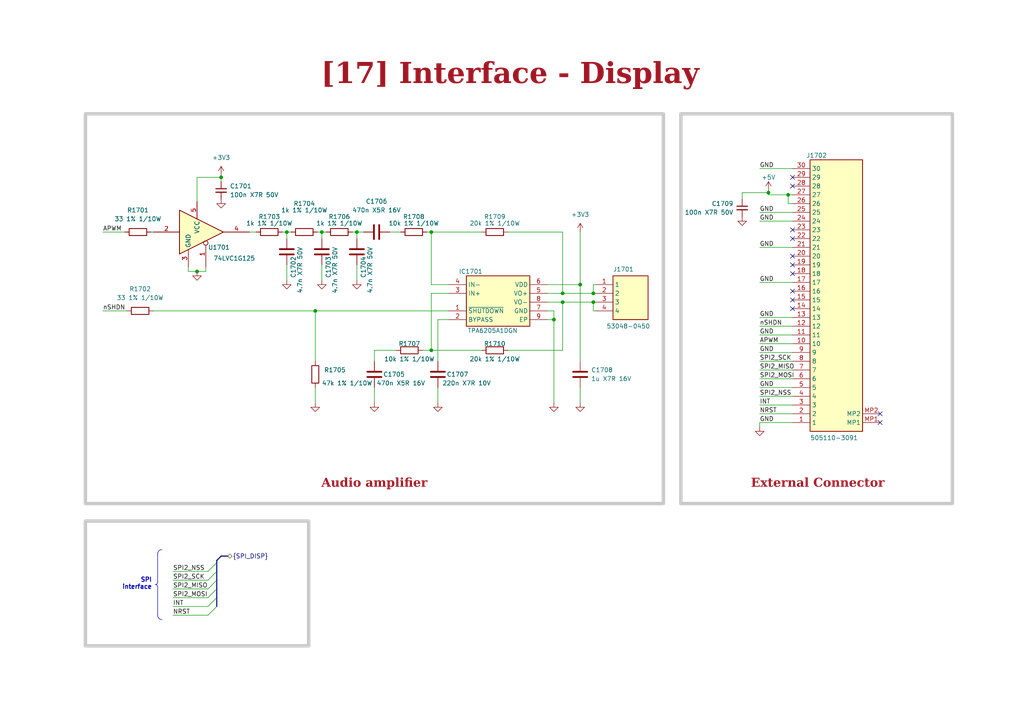
<source format=kicad_sch>
(kicad_sch (version 20231120) (generator "eeschema") (generator_version "8.0")
  (paper "A4")
  (lib_symbols
    (symbol "505110-3091:505110-3091"
      (property "Reference" "J" (at 21.59 7.62 0))
      (property "Value" "505110-3091" (at 21.59 5.08 0))
      (symbol "505110-3091_1_1"
        (rectangle (start 5.08 2.54) (end 20.32 -76.2) (stroke (width 0.254)) (fill (type background)))
        (pin passive line (at 25.4 0 180) (length 5.08) (name "1") (number "1"))
        (pin passive line (at 25.4 -22.86 180) (length 5.08) (name "10") (number "10"))
        (pin passive line (at 25.4 -25.4 180) (length 5.08) (name "11") (number "11"))
        (pin passive line (at 25.4 -27.94 180) (length 5.08) (name "12") (number "12"))
        (pin passive line (at 25.4 -30.48 180) (length 5.08) (name "13") (number "13"))
        (pin passive line (at 25.4 -33.02 180) (length 5.08) (name "14") (number "14"))
        (pin passive line (at 25.4 -35.56 180) (length 5.08) (name "15") (number "15"))
        (pin passive line (at 25.4 -38.1 180) (length 5.08) (name "16") (number "16"))
        (pin passive line (at 25.4 -40.64 180) (length 5.08) (name "17") (number "17"))
        (pin passive line (at 25.4 -43.18 180) (length 5.08) (name "18") (number "18"))
        (pin passive line (at 25.4 -45.72 180) (length 5.08) (name "19") (number "19"))
        (pin passive line (at 25.4 -2.54 180) (length 5.08) (name "2") (number "2"))
        (pin passive line (at 25.4 -48.26 180) (length 5.08) (name "20") (number "20"))
        (pin passive line (at 25.4 -50.8 180) (length 5.08) (name "21") (number "21"))
        (pin passive line (at 25.4 -53.34 180) (length 5.08) (name "22") (number "22"))
        (pin passive line (at 25.4 -55.88 180) (length 5.08) (name "23") (number "23"))
        (pin passive line (at 25.4 -58.42 180) (length 5.08) (name "24") (number "24"))
        (pin passive line (at 25.4 -60.96 180) (length 5.08) (name "25") (number "25"))
        (pin passive line (at 25.4 -63.5 180) (length 5.08) (name "26") (number "26"))
        (pin passive line (at 25.4 -66.04 180) (length 5.08) (name "27") (number "27"))
        (pin passive line (at 25.4 -68.58 180) (length 5.08) (name "28") (number "28"))
        (pin passive line (at 25.4 -71.12 180) (length 5.08) (name "29") (number "29"))
        (pin passive line (at 25.4 -5.08 180) (length 5.08) (name "3") (number "3"))
        (pin passive line (at 25.4 -73.66 180) (length 5.08) (name "30") (number "30"))
        (pin passive line (at 25.4 -7.62 180) (length 5.08) (name "4") (number "4"))
        (pin passive line (at 25.4 -10.16 180) (length 5.08) (name "5") (number "5"))
        (pin passive line (at 25.4 -12.7 180) (length 5.08) (name "6") (number "6"))
        (pin passive line (at 25.4 -15.24 180) (length 5.08) (name "7") (number "7"))
        (pin passive line (at 25.4 -17.78 180) (length 5.08) (name "8") (number "8"))
        (pin passive line (at 25.4 -20.32 180) (length 5.08) (name "9") (number "9"))
        (pin passive line (at 0 0 0) (length 5.08) (name "MP1") (number "MP1"))
        (pin passive line (at 0 -2.54 0) (length 5.08) (name "MP2") (number "MP2"))
      )
    )
    (symbol "53048-0450:53048-0450"
      (property "Reference" "J" (at 16.51 7.62 0))
      (property "Value" "53048-0450" (at 16.51 5.08 0))
      (symbol "53048-0450_1_1"
        (rectangle (start 5.08 2.54) (end 15.24 -10.16) (stroke (width 0.254)) (fill (type background)))
        (pin passive line (at 0 0 0) (length 5.08) (name "1") (number "1"))
        (pin passive line (at 0 -2.54 0) (length 5.08) (name "2") (number "2"))
        (pin passive line (at 0 -5.08 0) (length 5.08) (name "3") (number "3"))
        (pin passive line (at 0 -7.62 0) (length 5.08) (name "4") (number "4"))
      )
    )
    (symbol "74xGxx:74LVC1G125"
      (property "Reference" "U4" (at 3.81 4.445 0))
      (property "Value" "74LVC1G125" (at 8.255 7.62 0))
      (symbol "74LVC1G125_0_1"
        (polyline (pts (xy -7.62 6.35) (xy -7.62 -6.35) (xy 5.08 0) (xy -7.62 6.35)) (stroke (width 0.254)) (fill (type background)))
      )
      (symbol "74LVC1G125_1_1"
        (pin input inverted (at 0 10.16 270) (length 7.62) (name "~") (number "1"))
        (pin input line (at -15.24 0 0) (length 7.62) (name "~") (number "2"))
        (pin power_in line (at -5.08 10.16 270) (length 5.08) (name "GND") (number "3"))
        (pin tri_state line (at 12.7 0 180) (length 7.62) (name "~") (number "4"))
        (pin power_in line (at -2.54 -8.89 90) (length 5.08) (name "VCC") (number "5"))
      )
    )
    (symbol "Device:C" (pin_numbers hide) (pin_names (offset 0.254))
      (property "Reference" "C" (at 0.635 2.54 0))
      (property "Value" "C" (at 0.635 -2.54 0))
      (symbol "C_0_1"
        (polyline (pts (xy -2.032 -0.762) (xy 2.032 -0.762)) (stroke (width 0.508)))
        (polyline (pts (xy -2.032 0.762) (xy 2.032 0.762)) (stroke (width 0.508)))
      )
      (symbol "C_1_1"
        (pin passive line (at 0 3.81 270) (length 2.794) (name "~") (number "1"))
        (pin passive line (at 0 -3.81 90) (length 2.794) (name "~") (number "2"))
      )
    )
    (symbol "Device:C_Small" (pin_numbers hide) (pin_names (offset 0.254) hide)
      (property "Reference" "C" (at 0.254 1.778 0))
      (property "Value" "C_Small" (at 0.254 -2.032 0))
      (symbol "C_Small_0_1"
        (polyline (pts (xy -1.524 -0.508) (xy 1.524 -0.508)) (stroke (width 0.3302)))
        (polyline (pts (xy -1.524 0.508) (xy 1.524 0.508)) (stroke (width 0.3048)))
      )
      (symbol "C_Small_1_1"
        (pin passive line (at 0 2.54 270) (length 2.032) (name "~") (number "1"))
        (pin passive line (at 0 -2.54 90) (length 2.032) (name "~") (number "2"))
      )
    )
    (symbol "Device:R" (pin_numbers hide) (pin_names (offset 0))
      (property "Reference" "R" (at 2.032 0 90))
      (property "Value" "R" (at 0 0 90))
      (symbol "R_0_1"
        (rectangle (start -1.016 -2.54) (end 1.016 2.54) (stroke (width 0.254)))
      )
      (symbol "R_1_1"
        (pin passive line (at 0 3.81 270) (length 1.27) (name "~") (number "1"))
        (pin passive line (at 0 -3.81 90) (length 1.27) (name "~") (number "2"))
      )
    )
    (symbol "TPA6205A1DGN:TPA6205A1DGN"
      (property "Reference" "IC5" (at -21.59 -19.05 0))
      (property "Value" "TPA6205A1DGN" (at -15.24 -36.195 0))
      (symbol "TPA6205A1DGN_1_1"
        (rectangle (start -22.86 -20.32) (end -4.445 -34.925) (stroke (width 0.254)) (fill (type background)))
        (pin passive line (at -27.94 -30.48 0) (length 5.08) (name "~{SHUTDOWN}") (number "1"))
        (pin passive line (at -27.94 -33.02 0) (length 5.08) (name "BYPASS") (number "2"))
        (pin input line (at -27.94 -25.4 0) (length 5.08) (name "IN+") (number "3"))
        (pin input line (at -27.94 -22.86 0) (length 5.08) (name "IN-") (number "4"))
        (pin passive line (at 0.635 -25.4 180) (length 5.08) (name "VO+") (number "5"))
        (pin power_in line (at 0.635 -22.86 180) (length 5.08) (name "VDD") (number "6"))
        (pin power_in line (at 0.635 -30.48 180) (length 5.08) (name "GND") (number "7"))
        (pin passive line (at 0.635 -27.94 180) (length 5.08) (name "VO-") (number "8"))
        (pin power_in line (at 0.635 -33.02 180) (length 5.08) (name "EP") (number "9"))
      )
    )
    (symbol "power:+3V3" (power) (pin_names (offset 0))
      (property "Value" "+3V3" (at 0 3.556 0))
      (symbol "+3V3_0_1"
        (polyline (pts (xy -0.762 1.27) (xy 0 2.54)))
        (polyline (pts (xy 0 0) (xy 0 2.54)))
        (polyline (pts (xy 0 2.54) (xy 0.762 1.27)))
      )
      (symbol "+3V3_1_1"
        (pin power_in line (at 0 0 90) (length 0) hide (name "+3V3") (number "1"))
      )
    )
    (symbol "power:+5V" (power) (pin_names (offset 0))
      (property "Value" "+5V" (at 0 3.556 0))
      (symbol "+5V_0_1"
        (polyline (pts (xy -0.762 1.27) (xy 0 2.54)))
        (polyline (pts (xy 0 0) (xy 0 2.54)))
        (polyline (pts (xy 0 2.54) (xy 0.762 1.27)))
      )
      (symbol "+5V_1_1"
        (pin power_in line (at 0 0 90) (length 0) hide (name "+5V") (number "1"))
      )
    )
    (symbol "power:GND" (power) (pin_names (offset 0))
      (property "Value" "GND" (at 0 -3.81 0))
      (symbol "GND_0_1"
        (polyline (pts (xy 0 0) (xy 0 -1.27) (xy 1.27 -1.27) (xy 0 -2.54) (xy -1.27 -1.27) (xy 0 -1.27)))
      )
      (symbol "GND_1_1"
        (pin power_in line (at 0 0 270) (length 0) hide (name "GND") (number "1"))
      )
    )
  )
  (junction (at 57.15 78.74))
  (junction (at 222.885 55.88))
  (junction (at 125.095 101.6))
  (junction (at 83.185 67.31))
  (junction (at 91.44 90.17))
  (junction (at 64.135 51.435))
  (junction (at 160.655 92.71))
  (junction (at 93.345 67.31))
  (junction (at 228.6 56.515))
  (junction (at 125.095 67.31))
  (junction (at 163.195 87.63))
  (junction (at 103.505 67.31))
  (junction (at 163.195 85.09))
  (junction (at 172.085 85.09))
  (junction (at 168.275 82.55))
  (junction (at 172.085 87.63))
  (no_connect (at 229.87 53.975))
  (no_connect (at 255.27 120.015))
  (no_connect (at 229.87 86.995))
  (no_connect (at 229.87 74.295))
  (no_connect (at 229.87 84.455))
  (no_connect (at 229.87 79.375))
  (no_connect (at 229.87 66.675))
  (no_connect (at 255.27 122.555))
  (no_connect (at 229.87 51.435))
  (no_connect (at 229.87 89.535))
  (no_connect (at 229.87 69.215))
  (no_connect (at 229.87 76.835))
  (bus_entry (at 62.865 173.355) (size -2.54 2.54))
  (bus_entry (at 62.865 168.275) (size -2.54 2.54))
  (bus_entry (at 62.865 165.735) (size -2.54 2.54))
  (bus_entry (at 62.865 175.895) (size -2.54 2.54))
  (bus_entry (at 62.865 170.815) (size -2.54 2.54))
  (bus_entry (at 62.865 163.195) (size -2.54 2.54))
  (wire (pts (xy 220.345 114.935) (xy 229.87 114.935)))
  (bus (pts (xy 62.865 165.735) (xy 62.865 168.275)))
  (wire (pts (xy 93.345 76.835) (xy 93.345 81.28)))
  (wire (pts (xy 50.165 175.895) (xy 60.325 175.895)))
  (wire (pts (xy 130.175 92.71) (xy 127 92.71)))
  (wire (pts (xy 139.7 101.6) (xy 125.095 101.6)))
  (wire (pts (xy 220.345 107.315) (xy 229.87 107.315)))
  (bus (pts (xy 62.865 163.195) (xy 62.865 165.735)))
  (wire (pts (xy 50.165 168.275) (xy 60.325 168.275)))
  (bus (pts (xy 62.865 162.56) (xy 62.865 163.195)))
  (wire (pts (xy 158.75 85.09) (xy 163.195 85.09)))
  (wire (pts (xy 57.15 51.435) (xy 64.135 51.435)))
  (wire (pts (xy 172.72 82.55) (xy 172.085 82.55)))
  (wire (pts (xy 220.345 109.855) (xy 229.87 109.855)))
  (wire (pts (xy 163.195 67.31) (xy 163.195 85.09)))
  (wire (pts (xy 172.72 90.17) (xy 172.085 90.17)))
  (wire (pts (xy 172.085 90.17) (xy 172.085 87.63)))
  (wire (pts (xy 64.135 50.8) (xy 64.135 51.435)))
  (wire (pts (xy 160.655 92.71) (xy 160.655 116.84)))
  (wire (pts (xy 72.39 67.31) (xy 74.295 67.31)))
  (wire (pts (xy 215.265 55.88) (xy 222.885 55.88)))
  (wire (pts (xy 103.505 67.31) (xy 103.505 69.215)))
  (wire (pts (xy 83.185 67.31) (xy 84.455 67.31)))
  (wire (pts (xy 57.15 78.74) (xy 59.69 78.74)))
  (wire (pts (xy 147.32 101.6) (xy 163.195 101.6)))
  (wire (pts (xy 220.345 94.615) (xy 229.87 94.615)))
  (wire (pts (xy 113.03 67.31) (xy 116.205 67.31)))
  (wire (pts (xy 50.165 165.735) (xy 60.325 165.735)))
  (wire (pts (xy 127 112.395) (xy 127 116.84)))
  (wire (pts (xy 44.45 90.17) (xy 91.44 90.17)))
  (wire (pts (xy 108.585 104.775) (xy 108.585 101.6)))
  (bus (pts (xy 62.865 162.56) (xy 64.135 161.29)))
  (wire (pts (xy 81.915 67.31) (xy 83.185 67.31)))
  (wire (pts (xy 163.195 85.09) (xy 172.085 85.09)))
  (wire (pts (xy 59.69 77.47) (xy 59.69 78.74)))
  (polyline (pts (xy 45.72 160.65) (xy 45.72 168.91)))
  (wire (pts (xy 125.095 67.31) (xy 125.095 82.55)))
  (wire (pts (xy 36.83 90.17) (xy 29.845 90.17)))
  (wire (pts (xy 125.095 67.31) (xy 139.7 67.31)))
  (wire (pts (xy 91.44 90.17) (xy 130.175 90.17)))
  (wire (pts (xy 125.095 101.6) (xy 125.095 85.09)))
  (polyline (pts (xy 45.72 170.175) (xy 45.72 178.435)))
  (wire (pts (xy 220.345 122.555) (xy 220.345 123.825)))
  (wire (pts (xy 83.185 67.31) (xy 83.185 69.215)))
  (wire (pts (xy 103.505 67.31) (xy 105.41 67.31)))
  (wire (pts (xy 172.085 82.55) (xy 172.085 85.09)))
  (wire (pts (xy 103.505 76.835) (xy 103.505 81.28)))
  (wire (pts (xy 50.165 170.815) (xy 60.325 170.815)))
  (wire (pts (xy 108.585 101.6) (xy 114.935 101.6)))
  (wire (pts (xy 168.275 82.55) (xy 168.275 104.775)))
  (wire (pts (xy 29.845 67.31) (xy 36.195 67.31)))
  (wire (pts (xy 158.75 87.63) (xy 163.195 87.63)))
  (wire (pts (xy 91.44 112.395) (xy 91.44 116.84)))
  (wire (pts (xy 220.345 99.695) (xy 229.87 99.695)))
  (wire (pts (xy 220.345 120.015) (xy 229.87 120.015)))
  (wire (pts (xy 125.095 85.09) (xy 130.175 85.09)))
  (wire (pts (xy 220.345 122.555) (xy 229.87 122.555)))
  (wire (pts (xy 220.345 92.075) (xy 229.87 92.075)))
  (wire (pts (xy 163.195 87.63) (xy 163.195 101.6)))
  (wire (pts (xy 92.075 67.31) (xy 93.345 67.31)))
  (wire (pts (xy 43.815 67.31) (xy 44.45 67.31)))
  (wire (pts (xy 64.135 51.435) (xy 64.135 52.705)))
  (wire (pts (xy 93.345 67.31) (xy 93.345 69.215)))
  (wire (pts (xy 220.345 81.915) (xy 229.87 81.915)))
  (wire (pts (xy 163.195 87.63) (xy 172.085 87.63)))
  (wire (pts (xy 215.265 55.88) (xy 215.265 57.785)))
  (wire (pts (xy 220.345 48.895) (xy 229.87 48.895)))
  (wire (pts (xy 172.085 87.63) (xy 172.72 87.63)))
  (wire (pts (xy 122.555 101.6) (xy 125.095 101.6)))
  (wire (pts (xy 102.235 67.31) (xy 103.505 67.31)))
  (wire (pts (xy 220.345 112.395) (xy 229.87 112.395)))
  (wire (pts (xy 222.885 55.245) (xy 222.885 55.88)))
  (wire (pts (xy 220.345 64.135) (xy 229.87 64.135)))
  (wire (pts (xy 158.75 82.55) (xy 168.275 82.55)))
  (wire (pts (xy 158.75 90.17) (xy 160.655 90.17)))
  (wire (pts (xy 163.195 67.31) (xy 147.32 67.31)))
  (wire (pts (xy 50.165 173.355) (xy 60.325 173.355)))
  (wire (pts (xy 220.345 104.775) (xy 229.87 104.775)))
  (wire (pts (xy 108.585 112.395) (xy 108.585 116.84)))
  (wire (pts (xy 160.655 92.71) (xy 158.75 92.71)))
  (wire (pts (xy 127 92.71) (xy 127 104.775)))
  (wire (pts (xy 160.655 90.17) (xy 160.655 92.71)))
  (bus (pts (xy 62.865 173.355) (xy 62.865 175.895)))
  (wire (pts (xy 222.885 55.88) (xy 222.885 56.515)))
  (wire (pts (xy 220.345 61.595) (xy 229.87 61.595)))
  (bus (pts (xy 62.865 168.275) (xy 62.865 170.815)))
  (wire (pts (xy 229.87 59.055) (xy 228.6 59.055)))
  (wire (pts (xy 228.6 56.515) (xy 222.885 56.515)))
  (wire (pts (xy 93.345 67.31) (xy 94.615 67.31)))
  (wire (pts (xy 91.44 90.17) (xy 91.44 104.775)))
  (wire (pts (xy 220.345 102.235) (xy 229.87 102.235)))
  (wire (pts (xy 228.6 59.055) (xy 228.6 56.515)))
  (wire (pts (xy 83.185 76.835) (xy 83.185 81.28)))
  (bus (pts (xy 62.865 170.815) (xy 62.865 173.355)))
  (wire (pts (xy 168.275 112.395) (xy 168.275 116.84)))
  (wire (pts (xy 54.61 78.74) (xy 54.61 77.47)))
  (wire (pts (xy 220.345 97.155) (xy 229.87 97.155)))
  (wire (pts (xy 168.275 67.31) (xy 168.275 82.55)))
  (wire (pts (xy 172.085 85.09) (xy 172.72 85.09)))
  (wire (pts (xy 228.6 56.515) (xy 229.87 56.515)))
  (wire (pts (xy 220.345 71.755) (xy 229.87 71.755)))
  (bus (pts (xy 64.135 161.29) (xy 66.04 161.29)))
  (wire (pts (xy 220.345 117.475) (xy 229.87 117.475)))
  (wire (pts (xy 60.325 178.435) (xy 50.165 178.435)))
  (wire (pts (xy 123.825 67.31) (xy 125.095 67.31)))
  (wire (pts (xy 54.61 78.74) (xy 57.15 78.74)))
  (wire (pts (xy 125.095 82.55) (xy 130.175 82.55)))
  (wire (pts (xy 57.15 58.42) (xy 57.15 51.435)))
  (arc (start 45.09 169.54) (mid 45.542 169.723) (end 45.725 170.175))
  (rectangle (start 197.485 33.02) (end 276.225 146.05) (stroke (width 1) (color 200 200 200 1)))
  (arc (start 45.725 168.905) (mid 45.5334 169.3484) (end 45.09 169.54))
  (rectangle (start 24.765 33.02) (end 192.405 146.05) (stroke (width 1) (color 200 200 200 1)))
  (arc (start 46.99 179.705) (mid 46.089 179.336) (end 45.72 178.435))
  (rectangle (start 24.765 151.13) (end 89.535 187.325) (stroke (width 1) (color 200 200 200 1)))
  (arc (start 45.725 160.655) (mid 46.0925 159.7576) (end 46.99 159.385))
  (text_box "SPI interface " (at 35.56 166.365 0) (size 9.525 5.715) (stroke (width -0.0001)) (effects (font (size 1.27 1.27) (thickness 0.254) (bold yes)) (justify right top)))
  (text_box "External Connector" (at 197.485 133.985 0) (size 79.375 9.525) (stroke (width -0.0001)) (effects (font (size 2.54 2.54) (thickness 0.508) (bold yes)) (justify bottom)))
  (text_box "Audio amplifier" (at 24.765 133.985 0) (size 167.64 9.525) (stroke (width -0.0001)) (effects (font (size 2.54 2.54) (thickness 0.508) (bold yes)) (justify bottom)))
  (text_box "[17] Interface - Display\n" (at 11.43 15.24 0) (size 273.05 12.7) (stroke (width -0.0001)) (effects (font (size 6 6) (thickness 1.2) (bold yes))))
  (label "SPI2_MOSI" (at 220.345 109.855 0))
  (label "INT" (at 50.165 175.895 0))
  (label "GND" (at 220.345 48.895 0))
  (label "GND" (at 220.345 122.555 0))
  (label "APWM" (at 220.345 99.695 0))
  (label "SPI2_NSS" (at 50.165 165.735 0))
  (label "SPI2_MISO" (at 220.345 107.315 0))
  (label "INT" (at 220.345 117.475 0))
  (label "GND" (at 220.345 71.755 0))
  (label "GND" (at 220.345 81.915 0))
  (label "APWM" (at 29.845 67.31 0))
  (label "nSHDN" (at 220.345 94.615 0))
  (label "GND" (at 220.345 112.395 0))
  (label "SPI2_SCK" (at 50.165 168.275 0))
  (label "NRST" (at 50.165 178.435 0))
  (label "SPI2_MISO" (at 50.165 170.815 0))
  (label "GND" (at 220.345 97.155 0))
  (label "NRST" (at 220.345 120.015 0))
  (label "GND" (at 220.345 102.235 0))
  (label "SPI2_NSS" (at 220.345 114.935 0))
  (label "SPI2_MOSI" (at 50.165 173.355 0))
  (label "GND" (at 220.345 64.135 0))
  (label "GND" (at 220.345 61.595 0))
  (label "SPI2_SCK" (at 220.345 104.775 0))
  (label "GND" (at 220.345 92.075 0))
  (label "nSHDN" (at 29.845 90.17 0))
  (hierarchical_label "{SPI_DISP}" (shape bidirectional) (at 66.04 161.29 0))
  (symbol (lib_id "Device:C_Small") (at 215.265 60.325 0) (mirror y) (unit 1)
    (property "Reference" "C1709" (at 212.725 59.0613 0) (effects (justify left)))
    (property "Value" "100n X7R 50V" (at 212.725 61.6013 0) (effects (justify left)))
    (property "Footprint" "0_capacitor_smd:C_0402_1005_DensityHigh" (effects (hide yes)))
    (property "Datasheet" "https://search.murata.co.jp/Ceramy/image/img/A01X/G101/ENG/GCM155R71H104KE02-01.pdf" (effects (hide yes)))
    (property "Description" "0.1 µF ±10% 50V Ceramic Capacitor X7R 0402 (1005 Metric)" (effects (hide yes)))
    (property "Manufacturer" "Murata Electronics" (effects (hide yes)))
    (property "Manufacturer Part Number" "GCM155R71H104KE02J" (effects (hide yes)))
    (property "Supplier 1" "Digikey" (effects (hide yes)))
    (property "Supplier Part Number 1" "490-14514-1-ND" (effects (hide yes)))
  )
  (symbol (lib_id "power:GND") (at 160.655 116.84 0) (unit 1)
    (property "Reference" "#PWR01710" (effects (hide yes)))
    (property "Value" "GND" (effects (hide yes)))
  )
  (symbol (lib_id "Device:C") (at 127 108.585 0) (unit 1)
    (property "Reference" "C1707" (at 129.54 108.585 0) (effects (justify left)))
    (property "Value" "220n X7R 10V" (at 128.27 111.125 0) (effects (justify left)))
    (property "Footprint" "0_capacitor_smd:C_0603_1608_DensityHigh" (effects (hide yes)))
  )
  (symbol (lib_id "power:GND") (at 103.505 81.28 0) (unit 1)
    (property "Reference" "#PWR01707" (effects (hide yes)))
    (property "Value" "GND" (effects (hide yes)))
  )
  (symbol (lib_id "Device:R") (at 118.745 101.6 90) (unit 1)
    (property "Reference" "R1707" (at 118.745 99.695 90))
    (property "Value" "10k 1% 1/10W" (at 118.745 104.14 90))
    (property "Footprint" "0_resistor_smd:R_0603_1608_DensityHigh" (effects (hide yes)))
  )
  (symbol (lib_id "Device:C") (at 83.185 73.025 0) (unit 1)
    (property "Reference" "C1702" (at 85.09 80.645 90) (effects (justify left)))
    (property "Value" "4.7n X7R 50V" (at 86.995 85.09 90) (effects (justify left)))
    (property "Footprint" "0_capacitor_smd:C_0603_1608_DensityHigh" (effects (hide yes)))
  )
  (symbol (lib_id "Device:R") (at 40.64 90.17 90) (unit 1)
    (property "Reference" "R1702" (at 40.64 83.82 90))
    (property "Value" "33 1% 1/10W" (at 40.64 86.36 90))
    (property "Footprint" "0_resistor_smd:R_0603_1608_DensityHigh" (effects (hide yes)))
  )
  (symbol (lib_id "Device:C") (at 168.275 108.585 0) (unit 1)
    (property "Reference" "C1708" (at 171.45 107.315 0) (effects (justify left)))
    (property "Value" "1u X7R 16V" (at 171.45 109.855 0) (effects (justify left)))
    (property "Footprint" "0_capacitor_smd:C_0603_1608_DensityHigh" (effects (hide yes)))
  )
  (symbol (lib_id "TPA6205A1DGN:TPA6205A1DGN") (at 158.115 59.69 0) (unit 1)
    (property "Reference" "IC1701" (at 136.525 78.74 0))
    (property "Value" "TPA6205A1DGN" (at 142.875 95.885 0))
    (property "Footprint" "0_connectors:SOP65P490X110-9N" (effects (hide yes)))
    (property "Datasheet" "http://www.ti.com/lit/ds/symlink/tpa6205a1.pdf" (effects (hide yes)))
    (property "Height" "1.1" (effects (hide yes)))
    (property "Mouser Part Number" "595-TPA6205A1DGN" (effects (hide yes)))
    (property "Mouser Price/Stock" "https://www.mouser.co.uk/ProductDetail/Texas-Instruments/TPA6205A1DGN?qs=7kv20MEVUljOyoi6kBHf1Q%3D%3D" (effects (hide yes)))
    (property "Manufacturer_Name" "Texas Instruments" (effects (hide yes)))
    (property "Manufacturer_Part_Number" "TPA6205A1DGN" (effects (hide yes)))
  )
  (symbol (lib_id "Device:R") (at 143.51 67.31 90) (unit 1)
    (property "Reference" "R1709" (at 143.51 62.865 90))
    (property "Value" "20k 1% 1/10W" (at 143.51 64.77 90))
    (property "Footprint" "0_resistor_smd:R_0603_1608_DensityHigh" (effects (hide yes)))
  )
  (symbol (lib_id "power:GND") (at 83.185 81.28 0) (unit 1)
    (property "Reference" "#PWR01704" (effects (hide yes)))
    (property "Value" "GND" (effects (hide yes)))
  )
  (symbol (lib_id "Device:R") (at 40.005 67.31 90) (unit 1)
    (property "Reference" "R1701" (at 40.005 60.96 90))
    (property "Value" "33 1% 1/10W" (at 40.005 63.5 90))
    (property "Footprint" "0_resistor_smd:R_0603_1608_DensityHigh" (effects (hide yes)))
  )
  (symbol (lib_id "power:GND") (at 91.44 116.84 0) (unit 1)
    (property "Reference" "#PWR01705" (effects (hide yes)))
    (property "Value" "GND" (effects (hide yes)))
  )
  (symbol (lib_id "power:GND") (at 64.135 57.785 0) (unit 1)
    (property "Reference" "#PWR01703" (effects (hide yes)))
    (property "Value" "GND" (effects (hide yes)))
  )
  (symbol (lib_id "power:GND") (at 127 116.84 0) (unit 1)
    (property "Reference" "#PWR01709" (effects (hide yes)))
    (property "Value" "GND" (effects (hide yes)))
  )
  (symbol (lib_id "power:GND") (at 57.15 78.74 0) (unit 1)
    (property "Reference" "#PWR01701" (effects (hide yes)))
    (property "Value" "GND" (effects (hide yes)))
  )
  (symbol (lib_id "Device:C") (at 109.22 67.31 90) (unit 1)
    (property "Reference" "C1706" (at 109.22 58.42 90))
    (property "Value" "470n X5R 16V" (at 109.22 60.96 90))
    (property "Footprint" "0_capacitor_smd:C_0603_1608_DensityHigh" (effects (hide yes)))
  )
  (symbol (lib_id "Device:C") (at 108.585 108.585 0) (unit 1)
    (property "Reference" "C1705" (at 111.125 108.585 0) (effects (justify left)))
    (property "Value" "470n X5R 16V" (at 109.22 111.125 0) (effects (justify left)))
    (property "Footprint" "0_capacitor_smd:C_0603_1608_DensityHigh" (effects (hide yes)))
  )
  (symbol (lib_id "power:+3V3") (at 168.275 67.31 0) (unit 1)
    (property "Reference" "#PWR01711" (effects (hide yes)))
    (property "Value" "+3V3" (at 168.275 62.23 0))
  )
  (symbol (lib_id "Device:R") (at 120.015 67.31 90) (unit 1)
    (property "Reference" "R1708" (at 120.015 62.865 90))
    (property "Value" "10k 1% 1/10W" (at 120.015 64.77 90))
    (property "Footprint" "0_resistor_smd:R_0603_1608_DensityHigh" (effects (hide yes)))
  )
  (symbol (lib_id "74xGxx:74LVC1G125") (at 59.69 67.31 0) (mirror x) (unit 1)
    (property "Reference" "U1701" (at 63.5 71.755 0))
    (property "Value" "74LVC1G125" (at 67.945 74.93 0))
    (property "Footprint" "0_package_SON:SOT95P280X145-5N" (effects (hide yes)))
    (property "Datasheet" "https://www.ti.com/lit/ds/symlink/sn74lvc1g125.pdf" (effects (hide yes)))
  )
  (symbol (lib_id "Device:R") (at 78.105 67.31 90) (unit 1)
    (property "Reference" "R1703" (at 78.105 62.865 90))
    (property "Value" "1k 1% 1/10W" (at 78.105 64.77 90))
    (property "Footprint" "0_resistor_smd:R_0603_1608_DensityHigh" (effects (hide yes)))
  )
  (symbol (lib_id "Device:C") (at 93.345 73.025 0) (unit 1)
    (property "Reference" "C1703" (at 95.25 80.645 90) (effects (justify left)))
    (property "Value" "4.7n X7R 50V" (at 97.155 85.09 90) (effects (justify left)))
    (property "Footprint" "0_capacitor_smd:C_0603_1608_DensityHigh" (effects (hide yes)))
  )
  (symbol (lib_id "power:GND") (at 168.275 116.84 0) (unit 1)
    (property "Reference" "#PWR01712" (effects (hide yes)))
    (property "Value" "GND" (effects (hide yes)))
  )
  (symbol (lib_id "53048-0450:53048-0450") (at 172.72 82.55 0) (unit 1)
    (property "Reference" "J1701" (at 177.8 78.105 0) (effects (justify left)))
    (property "Value" "53048-0450" (at 175.895 94.615 0) (effects (justify left)))
    (property "Footprint" "0_connectors:SHDRRA4W35P0X125_1X4_675X550X350P" (effects (hide yes)))
    (property "Datasheet" "https://www.molex.com/pdm_docs/sd/530480450_sd.pdf" (effects (hide yes)))
    (property "Height" "3.5" (effects (hide yes)))
    (property "Mouser Part Number" "538-53048-0450" (effects (hide yes)))
    (property "Mouser Price/Stock" "https://www.mouser.co.uk/ProductDetail/Molex/53048-0450?qs=0lSvoLzn4L%252Bhzo05ywM78Q%3D%3D" (effects (hide yes)))
    (property "Manufacturer_Name" "Molex" (effects (hide yes)))
    (property "Manufacturer_Part_Number" "53048-0450" (effects (hide yes)))
  )
  (symbol (lib_id "power:+5V") (at 222.885 55.245 0) (unit 1)
    (property "Reference" "#PWR01714" (effects (hide yes)))
    (property "Value" "+5V" (at 222.885 51.435 0))
  )
  (symbol (lib_id "power:GND") (at 220.345 123.825 0) (unit 1)
    (property "Reference" "#PWR01715" (effects (hide yes)))
    (property "Value" "GND" (effects (hide yes)))
  )
  (symbol (lib_id "Device:R") (at 143.51 101.6 90) (unit 1)
    (property "Reference" "R1710" (at 143.51 99.695 90))
    (property "Value" "20k 1% 1/10W" (at 143.51 104.14 90))
    (property "Footprint" "0_resistor_smd:R_0603_1608_DensityHigh" (effects (hide yes)))
  )
  (symbol (lib_id "power:GND") (at 108.585 116.84 0) (unit 1)
    (property "Reference" "#PWR01708" (effects (hide yes)))
    (property "Value" "GND" (effects (hide yes)))
  )
  (symbol (lib_id "Device:C") (at 103.505 73.025 0) (unit 1)
    (property "Reference" "C1704" (at 105.41 80.645 90) (effects (justify left)))
    (property "Value" "4.7n X7R 50V" (at 107.315 85.09 90) (effects (justify left)))
    (property "Footprint" "0_capacitor_smd:C_0603_1608_DensityHigh" (effects (hide yes)))
  )
  (symbol (lib_id "Device:R") (at 88.265 67.31 90) (unit 1)
    (property "Reference" "R1704" (at 88.265 59.055 90))
    (property "Value" "1k 1% 1/10W" (at 88.265 60.96 90))
    (property "Footprint" "0_resistor_smd:R_0603_1608_DensityHigh" (effects (hide yes)))
  )
  (symbol (lib_id "power:GND") (at 93.345 81.28 0) (unit 1)
    (property "Reference" "#PWR01706" (effects (hide yes)))
    (property "Value" "GND" (effects (hide yes)))
  )
  (symbol (lib_id "Device:R") (at 98.425 67.31 90) (unit 1)
    (property "Reference" "R1706" (at 98.425 62.865 90))
    (property "Value" "1k 1% 1/10W" (at 98.425 64.77 90))
    (property "Footprint" "0_resistor_smd:R_0603_1608_DensityHigh" (effects (hide yes)))
  )
  (symbol (lib_id "power:+3V3") (at 64.135 50.8 0) (unit 1)
    (property "Reference" "#PWR01702" (effects (hide yes)))
    (property "Value" "+3V3" (at 64.135 45.72 0))
  )
  (symbol (lib_id "Device:C_Small") (at 64.135 55.245 0) (unit 1)
    (property "Reference" "C1701" (at 66.675 53.9813 0) (effects (justify left)))
    (property "Value" "100n X7R 50V" (at 66.675 56.5213 0) (effects (justify left)))
    (property "Footprint" "0_capacitor_smd:C_0402_1005_DensityHigh" (effects (hide yes)))
    (property "Datasheet" "https://search.murata.co.jp/Ceramy/image/img/A01X/G101/ENG/GCM155R71H104KE02-01.pdf" (effects (hide yes)))
    (property "Description" "0.1 µF ±10% 50V Ceramic Capacitor X7R 0402 (1005 Metric)" (effects (hide yes)))
    (property "Manufacturer" "Murata Electronics" (effects (hide yes)))
    (property "Manufacturer Part Number" "GCM155R71H104KE02J" (effects (hide yes)))
    (property "Supplier 1" "Digikey" (effects (hide yes)))
    (property "Supplier Part Number 1" "490-14514-1-ND" (effects (hide yes)))
  )
  (symbol (lib_id "Device:R") (at 91.44 108.585 180) (unit 1)
    (property "Reference" "R1705" (at 93.98 107.315 0) (effects (justify right)))
    (property "Value" "47k 1% 1/10W" (at 93.345 111.125 0) (effects (justify right)))
    (property "Footprint" "0_resistor_smd:R_0603_1608_DensityHigh" (effects (hide yes)))
  )
  (symbol (lib_id "power:GND") (at 215.265 62.865 0) (unit 1)
    (property "Reference" "#PWR01713" (effects (hide yes)))
    (property "Value" "GND" (effects (hide yes)))
    (instances (project "smps_legged_robot" (path "" (reference "#PWR01713") (unit 1))) (project "nav_lower_controller" (path "" (reference "#PWR041") (unit 1)) (path "" (reference "#PWR041") (unit 1))))
  )
  (symbol (lib_id "505110-3091:505110-3091") (at 255.27 122.555 180) (unit 1)
    (property "Reference" "J1702" (at 236.855 45.085 0))
    (property "Value" "505110-3091" (at 241.935 127 0))
    (property "Footprint" "0_connectors:5051103091" (effects (hide yes)))
    (property "Datasheet" "https://www.molex.com/pdm_docs/sd/5051103091_sd.pdf" (effects (hide yes)))
    (property "Height" "2.1" (effects (hide yes)))
    (property "Mouser Part Number" "538-505110-3091" (effects (hide yes)))
    (property "Mouser Price/Stock" "https://www.mouser.co.uk/ProductDetail/Molex/505110-3091?qs=fSIr1QPo%2F%2FSZ9fkf9Qvqqg%3D%3D" (effects (hide yes)))
    (property "Manufacturer_Name" "Molex" (effects (hide yes)))
    (property "Manufacturer_Part_Number" "505110-3091" (effects (hide yes)))
  )
)
</source>
